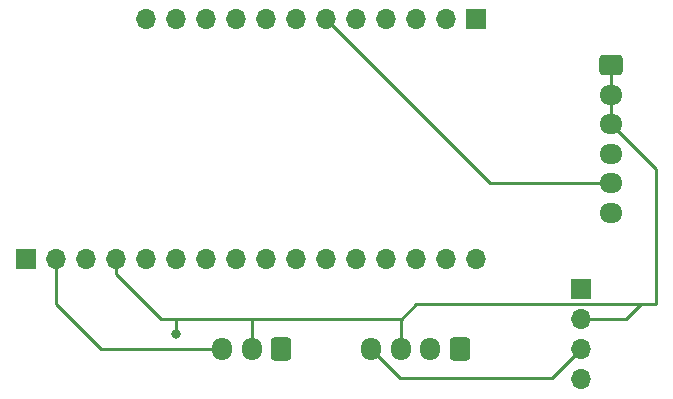
<source format=gbr>
%TF.GenerationSoftware,KiCad,Pcbnew,7.0.7*%
%TF.CreationDate,2024-04-28T08:46:17+01:00*%
%TF.ProjectId,LRF45,4c524634-352e-46b6-9963-61645f706362,rev?*%
%TF.SameCoordinates,Original*%
%TF.FileFunction,Copper,L2,Bot*%
%TF.FilePolarity,Positive*%
%FSLAX46Y46*%
G04 Gerber Fmt 4.6, Leading zero omitted, Abs format (unit mm)*
G04 Created by KiCad (PCBNEW 7.0.7) date 2024-04-28 08:46:17*
%MOMM*%
%LPD*%
G01*
G04 APERTURE LIST*
G04 Aperture macros list*
%AMRoundRect*
0 Rectangle with rounded corners*
0 $1 Rounding radius*
0 $2 $3 $4 $5 $6 $7 $8 $9 X,Y pos of 4 corners*
0 Add a 4 corners polygon primitive as box body*
4,1,4,$2,$3,$4,$5,$6,$7,$8,$9,$2,$3,0*
0 Add four circle primitives for the rounded corners*
1,1,$1+$1,$2,$3*
1,1,$1+$1,$4,$5*
1,1,$1+$1,$6,$7*
1,1,$1+$1,$8,$9*
0 Add four rect primitives between the rounded corners*
20,1,$1+$1,$2,$3,$4,$5,0*
20,1,$1+$1,$4,$5,$6,$7,0*
20,1,$1+$1,$6,$7,$8,$9,0*
20,1,$1+$1,$8,$9,$2,$3,0*%
G04 Aperture macros list end*
%TA.AperFunction,ComponentPad*%
%ADD10R,1.700000X1.700000*%
%TD*%
%TA.AperFunction,ComponentPad*%
%ADD11O,1.700000X1.700000*%
%TD*%
%TA.AperFunction,ComponentPad*%
%ADD12RoundRect,0.250000X0.600000X0.725000X-0.600000X0.725000X-0.600000X-0.725000X0.600000X-0.725000X0*%
%TD*%
%TA.AperFunction,ComponentPad*%
%ADD13O,1.700000X1.950000*%
%TD*%
%TA.AperFunction,ComponentPad*%
%ADD14RoundRect,0.250000X-0.725000X0.600000X-0.725000X-0.600000X0.725000X-0.600000X0.725000X0.600000X0*%
%TD*%
%TA.AperFunction,ComponentPad*%
%ADD15O,1.950000X1.700000*%
%TD*%
%TA.AperFunction,ViaPad*%
%ADD16C,0.800000*%
%TD*%
%TA.AperFunction,Conductor*%
%ADD17C,0.250000*%
%TD*%
G04 APERTURE END LIST*
D10*
%TO.P,J2,1,Pin_1*%
%TO.N,unconnected-(J2-Pin_1-Pad1)*%
X146050000Y-101600000D03*
D11*
%TO.P,J2,2,Pin_2*%
%TO.N,unconnected-(J2-Pin_2-Pad2)*%
X143510000Y-101600000D03*
%TO.P,J2,3,Pin_3*%
%TO.N,unconnected-(J2-Pin_3-Pad3)*%
X140970000Y-101600000D03*
%TO.P,J2,4,Pin_4*%
%TO.N,unconnected-(J2-Pin_4-Pad4)*%
X138430000Y-101600000D03*
%TO.P,J2,5,Pin_5*%
%TO.N,Net-(J2-Pin_5)*%
X135890000Y-101600000D03*
%TO.P,J2,6,Pin_6*%
%TO.N,Net-(J2-Pin_6)*%
X133350000Y-101600000D03*
%TO.P,J2,7,Pin_7*%
%TO.N,unconnected-(J2-Pin_7-Pad7)*%
X130810000Y-101600000D03*
%TO.P,J2,8,Pin_8*%
%TO.N,unconnected-(J2-Pin_8-Pad8)*%
X128270000Y-101600000D03*
%TO.P,J2,9,Pin_9*%
%TO.N,unconnected-(J2-Pin_9-Pad9)*%
X125730000Y-101600000D03*
%TO.P,J2,10,Pin_10*%
%TO.N,unconnected-(J2-Pin_10-Pad10)*%
X123190000Y-101600000D03*
%TO.P,J2,11,Pin_11*%
%TO.N,Net-(J2-Pin_11)*%
X120650000Y-101600000D03*
%TO.P,J2,12,Pin_12*%
%TO.N,Net-(J2-Pin_12)*%
X118110000Y-101600000D03*
%TD*%
D12*
%TO.P,J5,1,Pin_1*%
%TO.N,Net-(J1-Pin_6)*%
X129540000Y-129540000D03*
D13*
%TO.P,J5,2,Pin_2*%
%TO.N,Net-(J1-Pin_4)*%
X127040000Y-129540000D03*
%TO.P,J5,3,Pin_3*%
%TO.N,Net-(J1-Pin_2)*%
X124540000Y-129540000D03*
%TD*%
D10*
%TO.P,J1,1,Pin_1*%
%TO.N,unconnected-(J1-Pin_1-Pad1)*%
X107950000Y-121920000D03*
D11*
%TO.P,J1,2,Pin_2*%
%TO.N,Net-(J1-Pin_2)*%
X110490000Y-121920000D03*
%TO.P,J1,3,Pin_3*%
%TO.N,unconnected-(J1-Pin_3-Pad3)*%
X113030000Y-121920000D03*
%TO.P,J1,4,Pin_4*%
%TO.N,Net-(J1-Pin_4)*%
X115570000Y-121920000D03*
%TO.P,J1,5,Pin_5*%
%TO.N,Net-(J1-Pin_5)*%
X118110000Y-121920000D03*
%TO.P,J1,6,Pin_6*%
%TO.N,Net-(J1-Pin_6)*%
X120650000Y-121920000D03*
%TO.P,J1,7,Pin_7*%
%TO.N,unconnected-(J1-Pin_7-Pad7)*%
X123190000Y-121920000D03*
%TO.P,J1,8,Pin_8*%
%TO.N,unconnected-(J1-Pin_8-Pad8)*%
X125730000Y-121920000D03*
%TO.P,J1,9,Pin_9*%
%TO.N,unconnected-(J1-Pin_9-Pad9)*%
X128270000Y-121920000D03*
%TO.P,J1,10,Pin_10*%
%TO.N,unconnected-(J1-Pin_10-Pad10)*%
X130810000Y-121920000D03*
%TO.P,J1,11,Pin_11*%
%TO.N,unconnected-(J1-Pin_11-Pad11)*%
X133350000Y-121920000D03*
%TO.P,J1,12,Pin_12*%
%TO.N,unconnected-(J1-Pin_12-Pad12)*%
X135890000Y-121920000D03*
%TO.P,J1,13,Pin_13*%
%TO.N,unconnected-(J1-Pin_13-Pad13)*%
X138430000Y-121920000D03*
%TO.P,J1,14,Pin_14*%
%TO.N,Net-(J1-Pin_14)*%
X140970000Y-121920000D03*
%TO.P,J1,15,Pin_15*%
%TO.N,Net-(J1-Pin_15)*%
X143510000Y-121920000D03*
%TO.P,J1,16,Pin_16*%
%TO.N,unconnected-(J1-Pin_16-Pad16)*%
X146050000Y-121920000D03*
%TD*%
D10*
%TO.P,J4,1,Pin_1*%
%TO.N,Net-(J1-Pin_2)*%
X154940000Y-124470000D03*
D11*
%TO.P,J4,2,Pin_2*%
%TO.N,Net-(J1-Pin_4)*%
X154940000Y-127010000D03*
%TO.P,J4,3,Pin_3*%
%TO.N,Net-(J3-Pin_4)*%
X154940000Y-129550000D03*
%TO.P,J4,4,Pin_4*%
%TO.N,unconnected-(J4-Pin_4-Pad4)*%
X154940000Y-132090000D03*
%TD*%
D12*
%TO.P,J3,1,Pin_1*%
%TO.N,Net-(J1-Pin_15)*%
X144660000Y-129540000D03*
D13*
%TO.P,J3,2,Pin_2*%
%TO.N,Net-(J1-Pin_14)*%
X142160000Y-129540000D03*
%TO.P,J3,3,Pin_3*%
%TO.N,Net-(J1-Pin_4)*%
X139660000Y-129540000D03*
%TO.P,J3,4,Pin_4*%
%TO.N,Net-(J3-Pin_4)*%
X137160000Y-129540000D03*
%TD*%
D14*
%TO.P,J6,1,Pin_1*%
%TO.N,Net-(J1-Pin_4)*%
X157480000Y-105490000D03*
D15*
%TO.P,J6,2,Pin_2*%
X157480000Y-107990000D03*
%TO.P,J6,3,Pin_3*%
X157480000Y-110490000D03*
%TO.P,J6,4,Pin_4*%
%TO.N,Net-(J2-Pin_11)*%
X157480000Y-112990000D03*
%TO.P,J6,5,Pin_5*%
%TO.N,Net-(J2-Pin_6)*%
X157480000Y-115490000D03*
%TO.P,J6,6,Pin_6*%
%TO.N,Net-(J2-Pin_5)*%
X157480000Y-117990000D03*
%TD*%
D16*
%TO.N,Net-(J1-Pin_4)*%
X120650000Y-128270000D03*
%TD*%
D17*
%TO.N,Net-(J2-Pin_6)*%
X133350000Y-101600000D02*
X147240000Y-115490000D01*
X147240000Y-115490000D02*
X157480000Y-115490000D01*
%TO.N,Net-(J1-Pin_4)*%
X160020000Y-125730000D02*
X161290000Y-125730000D01*
X139660000Y-127040000D02*
X139660000Y-129540000D01*
X127040000Y-127040000D02*
X127040000Y-129540000D01*
X127000000Y-127000000D02*
X139700000Y-127000000D01*
X140970000Y-125730000D02*
X160020000Y-125730000D01*
X158740000Y-127010000D02*
X160020000Y-125730000D01*
X157480000Y-107990000D02*
X157480000Y-105490000D01*
X120650000Y-127000000D02*
X127000000Y-127000000D01*
X127000000Y-127000000D02*
X127040000Y-127040000D01*
X161290000Y-114300000D02*
X157480000Y-110490000D01*
X157480000Y-110490000D02*
X157480000Y-107990000D01*
X115570000Y-123190000D02*
X115570000Y-121920000D01*
X120650000Y-127000000D02*
X120650000Y-128270000D01*
X139700000Y-127000000D02*
X139660000Y-127040000D01*
X154940000Y-127010000D02*
X158740000Y-127010000D01*
X161290000Y-125730000D02*
X161290000Y-114300000D01*
X119380000Y-127000000D02*
X120650000Y-127000000D01*
X139660000Y-127040000D02*
X140970000Y-125730000D01*
X119380000Y-127000000D02*
X115570000Y-123190000D01*
%TO.N,Net-(J1-Pin_2)*%
X114300000Y-129540000D02*
X124540000Y-129540000D01*
X110490000Y-121920000D02*
X110490000Y-125730000D01*
X110490000Y-125730000D02*
X114300000Y-129540000D01*
%TO.N,Net-(J3-Pin_4)*%
X152505000Y-131985000D02*
X154940000Y-129550000D01*
X139605000Y-131985000D02*
X152505000Y-131985000D01*
X137160000Y-129540000D02*
X139605000Y-131985000D01*
%TD*%
M02*

</source>
